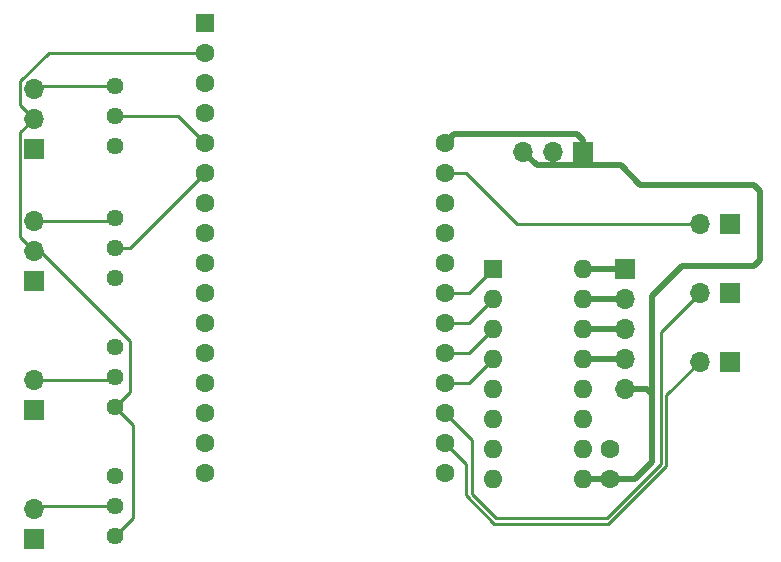
<source format=gbr>
%TF.GenerationSoftware,KiCad,Pcbnew,7.0.10*%
%TF.CreationDate,2024-03-12T15:44:40-06:00*%
%TF.ProjectId,Candy_Machine_rev2,43616e64-795f-44d6-9163-68696e655f72,rev?*%
%TF.SameCoordinates,Original*%
%TF.FileFunction,Copper,L1,Top*%
%TF.FilePolarity,Positive*%
%FSLAX46Y46*%
G04 Gerber Fmt 4.6, Leading zero omitted, Abs format (unit mm)*
G04 Created by KiCad (PCBNEW 7.0.10) date 2024-03-12 15:44:40*
%MOMM*%
%LPD*%
G01*
G04 APERTURE LIST*
%TA.AperFunction,ComponentPad*%
%ADD10C,1.440000*%
%TD*%
%TA.AperFunction,ComponentPad*%
%ADD11R,1.700000X1.700000*%
%TD*%
%TA.AperFunction,ComponentPad*%
%ADD12O,1.700000X1.700000*%
%TD*%
%TA.AperFunction,ComponentPad*%
%ADD13R,1.600000X1.600000*%
%TD*%
%TA.AperFunction,ComponentPad*%
%ADD14C,1.600000*%
%TD*%
%TA.AperFunction,ComponentPad*%
%ADD15O,1.600000X1.600000*%
%TD*%
%TA.AperFunction,Conductor*%
%ADD16C,0.250000*%
%TD*%
%TA.AperFunction,Conductor*%
%ADD17C,0.469900*%
%TD*%
G04 APERTURE END LIST*
D10*
%TO.P,RV3,1,1*%
%TO.N,Net-(J6-Pin_3)*%
X124083878Y-92975142D03*
%TO.P,RV3,2,2*%
%TO.N,A1*%
X124083878Y-95515142D03*
%TO.P,RV3,3,3*%
%TO.N,unconnected-(RV3-Pad3)*%
X124083878Y-98055142D03*
%TD*%
D11*
%TO.P,J4,1,Pin_1*%
%TO.N,GND*%
X117225878Y-120142000D03*
D12*
%TO.P,J4,2,Pin_2*%
%TO.N,Net-(J4-Pin_2)*%
X117225878Y-117602000D03*
%TD*%
D11*
%TO.P,J8,1,Pin_1*%
%TO.N,GND*%
X176153878Y-99314000D03*
D12*
%TO.P,J8,2,Pin_2*%
%TO.N,D0*%
X173613878Y-99314000D03*
%TD*%
D11*
%TO.P,J3,1,Pin_1*%
%TO.N,GND*%
X117225878Y-109220000D03*
D12*
%TO.P,J3,2,Pin_2*%
%TO.N,Net-(J3-Pin_2)*%
X117225878Y-106680000D03*
%TD*%
D10*
%TO.P,RV4,1,1*%
%TO.N,unconnected-(RV4-Pad1)*%
X124083878Y-114808000D03*
%TO.P,RV4,2,2*%
%TO.N,Net-(J4-Pin_2)*%
X124083878Y-117348000D03*
%TO.P,RV4,3,3*%
%TO.N,+3V3*%
X124083878Y-119888000D03*
%TD*%
D11*
%TO.P,J7,1,Pin_1*%
%TO.N,GND*%
X176153878Y-93472000D03*
D12*
%TO.P,J7,2,Pin_2*%
%TO.N,Net-(A1-EN)*%
X173613878Y-93472000D03*
%TD*%
D13*
%TO.P,A1,1,~{RESET}*%
%TO.N,unconnected-(A1-~{RESET}-Pad1)*%
X131703878Y-76454000D03*
D14*
%TO.P,A1,2,3V3*%
%TO.N,+3V3*%
X131703878Y-78994000D03*
%TO.P,A1,3,AREF*%
%TO.N,unconnected-(A1-AREF-Pad3)*%
X131703878Y-81534000D03*
%TO.P,A1,4,GND*%
%TO.N,GND*%
X131703878Y-84074000D03*
%TO.P,A1,5,A0*%
%TO.N,A0*%
X131703878Y-86614000D03*
%TO.P,A1,6,A1*%
%TO.N,A1*%
X131703878Y-89154000D03*
%TO.P,A1,7,A2*%
%TO.N,unconnected-(A1-A2-Pad7)*%
X131703878Y-91694000D03*
%TO.P,A1,8,A3*%
%TO.N,unconnected-(A1-A3-Pad8)*%
X131703878Y-94234000D03*
%TO.P,A1,9,A4*%
%TO.N,unconnected-(A1-A4-Pad9)*%
X131703878Y-96774000D03*
%TO.P,A1,10,A5*%
%TO.N,unconnected-(A1-A5-Pad10)*%
X131703878Y-99314000D03*
%TO.P,A1,11,SCK*%
%TO.N,unconnected-(A1-SCK-Pad11)*%
X131703878Y-101854000D03*
%TO.P,A1,12,MOSI*%
%TO.N,unconnected-(A1-MOSI-Pad12)*%
X131703878Y-104394000D03*
%TO.P,A1,13,MISO*%
%TO.N,unconnected-(A1-MISO-Pad13)*%
X131703878Y-106934000D03*
%TO.P,A1,14,RX*%
%TO.N,unconnected-(A1-RX-Pad14)*%
X131703878Y-109474000D03*
%TO.P,A1,15,TX*%
%TO.N,unconnected-(A1-TX-Pad15)*%
X131703878Y-112014000D03*
%TO.P,A1,16,SPARE*%
%TO.N,unconnected-(A1-SPARE-Pad16)*%
X131703878Y-114554000D03*
%TO.P,A1,17,SDA*%
%TO.N,unconnected-(A1-SDA-Pad17)*%
X152023878Y-114554000D03*
%TO.P,A1,18,SCL*%
%TO.N,SLC*%
X152023878Y-112014000D03*
%TO.P,A1,19,D0*%
%TO.N,D0*%
X152023878Y-109474000D03*
%TO.P,A1,20,D1*%
%TO.N,D1*%
X152023878Y-106934000D03*
%TO.P,A1,21,D2*%
%TO.N,D9*%
X152023878Y-104394000D03*
%TO.P,A1,22,D3*%
%TO.N,D3*%
X152023878Y-101854000D03*
%TO.P,A1,23,D4*%
%TO.N,D4*%
X152023878Y-99314000D03*
%TO.P,A1,24,D5*%
%TO.N,unconnected-(A1-D5-Pad24)*%
X152023878Y-96774000D03*
%TO.P,A1,25,D6*%
%TO.N,unconnected-(A1-D6-Pad25)*%
X152023878Y-94234000D03*
%TO.P,A1,26,USB*%
%TO.N,unconnected-(A1-USB-Pad26)*%
X152023878Y-91694000D03*
%TO.P,A1,27,EN*%
%TO.N,Net-(A1-EN)*%
X152023878Y-89154000D03*
%TO.P,A1,28,VBAT*%
%TO.N,Net-(A1-VBAT)*%
X152023878Y-86614000D03*
%TD*%
D10*
%TO.P,RV1,1,1*%
%TO.N,Net-(J5-Pin_3)*%
X124083878Y-81788000D03*
%TO.P,RV1,2,2*%
%TO.N,A0*%
X124083878Y-84328000D03*
%TO.P,RV1,3,3*%
%TO.N,unconnected-(RV1-Pad3)*%
X124083878Y-86868000D03*
%TD*%
D14*
%TO.P,C1,1*%
%TO.N,Net-(J1-Pin_3)*%
X165993878Y-115062000D03*
%TO.P,C1,2*%
%TO.N,GND*%
X165993878Y-112562000D03*
%TD*%
D11*
%TO.P,J2,1,Pin_1*%
%TO.N,Net-(J2-Pin_1)*%
X167263878Y-97282000D03*
D12*
%TO.P,J2,2,Pin_2*%
%TO.N,Net-(J2-Pin_2)*%
X167263878Y-99822000D03*
%TO.P,J2,3,Pin_3*%
%TO.N,Net-(J2-Pin_3)*%
X167263878Y-102362000D03*
%TO.P,J2,4,Pin_4*%
%TO.N,Net-(J2-Pin_4)*%
X167263878Y-104902000D03*
%TO.P,J2,5,Pin_5*%
%TO.N,Net-(J1-Pin_3)*%
X167263878Y-107442000D03*
%TD*%
D13*
%TO.P,U1,1,I1*%
%TO.N,D4*%
X156087878Y-97282000D03*
D15*
%TO.P,U1,2,I2*%
%TO.N,D3*%
X156087878Y-99822000D03*
%TO.P,U1,3,I3*%
%TO.N,D9*%
X156087878Y-102362000D03*
%TO.P,U1,4,I4*%
%TO.N,D1*%
X156087878Y-104902000D03*
%TO.P,U1,5,I5*%
%TO.N,unconnected-(U1-I5-Pad5)*%
X156087878Y-107442000D03*
%TO.P,U1,6,I6*%
%TO.N,unconnected-(U1-I6-Pad6)*%
X156087878Y-109982000D03*
%TO.P,U1,7,I7*%
%TO.N,unconnected-(U1-I7-Pad7)*%
X156087878Y-112522000D03*
%TO.P,U1,8,GND*%
%TO.N,GND*%
X156087878Y-115062000D03*
%TO.P,U1,9,COM*%
%TO.N,Net-(J1-Pin_3)*%
X163707878Y-115062000D03*
%TO.P,U1,10,O7*%
%TO.N,unconnected-(U1-O7-Pad10)*%
X163707878Y-112522000D03*
%TO.P,U1,11,O6*%
%TO.N,unconnected-(U1-O6-Pad11)*%
X163707878Y-109982000D03*
%TO.P,U1,12,O5*%
%TO.N,unconnected-(U1-O5-Pad12)*%
X163707878Y-107442000D03*
%TO.P,U1,13,O4*%
%TO.N,Net-(J2-Pin_4)*%
X163707878Y-104902000D03*
%TO.P,U1,14,O3*%
%TO.N,Net-(J2-Pin_3)*%
X163707878Y-102362000D03*
%TO.P,U1,15,O2*%
%TO.N,Net-(J2-Pin_2)*%
X163707878Y-99822000D03*
%TO.P,U1,16,O1*%
%TO.N,Net-(J2-Pin_1)*%
X163707878Y-97282000D03*
%TD*%
D11*
%TO.P,J6,1,Pin_1*%
%TO.N,GND*%
X117225878Y-98298000D03*
D12*
%TO.P,J6,2,Pin_2*%
%TO.N,+3V3*%
X117225878Y-95758000D03*
%TO.P,J6,3,Pin_3*%
%TO.N,Net-(J6-Pin_3)*%
X117225878Y-93218000D03*
%TD*%
D11*
%TO.P,J1,1,Pin_1*%
%TO.N,Net-(A1-VBAT)*%
X163707878Y-87376000D03*
D12*
%TO.P,J1,2,Pin_2*%
%TO.N,GND*%
X161167878Y-87376000D03*
%TO.P,J1,3,Pin_3*%
%TO.N,Net-(J1-Pin_3)*%
X158627878Y-87376000D03*
%TD*%
D11*
%TO.P,J5,1,Pin_1*%
%TO.N,GND*%
X117225878Y-87122000D03*
D12*
%TO.P,J5,2,Pin_2*%
%TO.N,+3V3*%
X117225878Y-84582000D03*
%TO.P,J5,3,Pin_3*%
%TO.N,Net-(J5-Pin_3)*%
X117225878Y-82042000D03*
%TD*%
D11*
%TO.P,J9,1,Pin_1*%
%TO.N,GND*%
X176153878Y-105156000D03*
D12*
%TO.P,J9,2,Pin_2*%
%TO.N,SLC*%
X173613878Y-105156000D03*
%TD*%
D10*
%TO.P,RV2,1,1*%
%TO.N,unconnected-(RV2-Pad1)*%
X124083878Y-103891570D03*
%TO.P,RV2,2,2*%
%TO.N,Net-(J3-Pin_2)*%
X124083878Y-106431570D03*
%TO.P,RV2,3,3*%
%TO.N,+3V3*%
X124083878Y-108971570D03*
%TD*%
D16*
%TO.N,+3V3*%
X125353878Y-103378000D02*
X125353878Y-107701570D01*
X116050878Y-85757000D02*
X117225878Y-84582000D01*
X117225878Y-84582000D02*
X116050878Y-83407000D01*
X125353878Y-107701570D02*
X124083878Y-108971570D01*
X124083878Y-119888000D02*
X125607878Y-118364000D01*
X116050878Y-94583000D02*
X116050878Y-85757000D01*
X117225878Y-95758000D02*
X117733878Y-95758000D01*
X117733878Y-95758000D02*
X125353878Y-103378000D01*
X125607878Y-118364000D02*
X125607878Y-110495570D01*
X116050878Y-83407000D02*
X116050878Y-81439000D01*
X118495878Y-78994000D02*
X131703878Y-78994000D01*
X125607878Y-110495570D02*
X124083878Y-108971570D01*
X116050878Y-81439000D02*
X118495878Y-78994000D01*
X117225878Y-95758000D02*
X116050878Y-94583000D01*
%TO.N,A0*%
X129417878Y-84328000D02*
X131703878Y-86614000D01*
X124083878Y-84328000D02*
X129417878Y-84328000D01*
%TO.N,A1*%
X125342736Y-95515142D02*
X131703878Y-89154000D01*
X124083878Y-95515142D02*
X125342736Y-95515142D01*
%TO.N,D1*%
X152023878Y-106934000D02*
X154055878Y-106934000D01*
X154055878Y-106934000D02*
X156087878Y-104902000D01*
%TO.N,D9*%
X152023878Y-104394000D02*
X154055878Y-104394000D01*
X154055878Y-104394000D02*
X156087878Y-102362000D01*
%TO.N,SLC*%
X170761878Y-108008000D02*
X173613878Y-105156000D01*
X165868274Y-118872000D02*
X170761878Y-113978396D01*
X152023878Y-112014000D02*
X153801878Y-113792000D01*
X153801878Y-113792000D02*
X153801878Y-116460396D01*
X156213482Y-118872000D02*
X165868274Y-118872000D01*
X170761878Y-113978396D02*
X170761878Y-108008000D01*
X153801878Y-116460396D02*
X156213482Y-118872000D01*
%TO.N,D4*%
X152023878Y-99314000D02*
X154055878Y-99314000D01*
X154055878Y-99314000D02*
X156087878Y-97282000D01*
D17*
%TO.N,Net-(A1-VBAT)*%
X163707878Y-86360000D02*
X163199878Y-85852000D01*
X163707878Y-87376000D02*
X163707878Y-86360000D01*
X163199878Y-85852000D02*
X152785878Y-85852000D01*
X152785878Y-85852000D02*
X152023878Y-86614000D01*
%TO.N,Net-(J2-Pin_2)*%
X163707878Y-99822000D02*
X167263878Y-99822000D01*
%TO.N,Net-(J2-Pin_3)*%
X163707878Y-102362000D02*
X167263878Y-102362000D01*
%TO.N,Net-(J2-Pin_4)*%
X163707878Y-104902000D02*
X167263878Y-104902000D01*
%TO.N,Net-(J2-Pin_1)*%
X163707878Y-97282000D02*
X167263878Y-97282000D01*
D16*
%TO.N,Net-(J3-Pin_2)*%
X117225878Y-106680000D02*
X123835448Y-106680000D01*
X123835448Y-106680000D02*
X124083878Y-106431570D01*
%TO.N,Net-(J4-Pin_2)*%
X124083878Y-117348000D02*
X117479878Y-117348000D01*
X117479878Y-117348000D02*
X117225878Y-117602000D01*
%TO.N,Net-(J5-Pin_3)*%
X124083878Y-81788000D02*
X117479878Y-81788000D01*
X117479878Y-81788000D02*
X117225878Y-82042000D01*
%TO.N,Net-(J6-Pin_3)*%
X117225878Y-93218000D02*
X123841020Y-93218000D01*
X123841020Y-93218000D02*
X124083878Y-92975142D01*
%TO.N,D3*%
X152023878Y-101854000D02*
X154055878Y-101854000D01*
X154055878Y-101854000D02*
X156087878Y-99822000D01*
%TO.N,D0*%
X165739878Y-118364000D02*
X156341878Y-118364000D01*
X154309878Y-111760000D02*
X152023878Y-109474000D01*
X154309878Y-116332000D02*
X154309878Y-111760000D01*
X173613878Y-99314000D02*
X170311878Y-102616000D01*
X156341878Y-118364000D02*
X154309878Y-116332000D01*
X170311878Y-102616000D02*
X170311878Y-113792000D01*
X170311878Y-113792000D02*
X165739878Y-118364000D01*
D17*
%TO.N,Net-(J1-Pin_3)*%
X178185878Y-97028000D02*
X172089878Y-97028000D01*
X178693878Y-96520000D02*
X178185878Y-97028000D01*
X169549878Y-113663604D02*
X168151482Y-115062000D01*
X167263878Y-107442000D02*
X169092678Y-107442000D01*
X168151482Y-115062000D02*
X165993878Y-115062000D01*
X172089878Y-97028000D02*
X169549878Y-99568000D01*
X169549878Y-107899200D02*
X169549878Y-113663604D01*
X169092678Y-107442000D02*
X169549878Y-107899200D01*
X166890878Y-88551000D02*
X168509878Y-90170000D01*
X178185878Y-90170000D02*
X178693878Y-90678000D01*
X163707878Y-115062000D02*
X165993878Y-115062000D01*
X158627878Y-87376000D02*
X159802878Y-88551000D01*
X159802878Y-88551000D02*
X166890878Y-88551000D01*
X168509878Y-90170000D02*
X178185878Y-90170000D01*
X178693878Y-90678000D02*
X178693878Y-96520000D01*
X169549878Y-99568000D02*
X169549878Y-107899200D01*
D16*
%TO.N,Net-(A1-EN)*%
X158119878Y-93472000D02*
X153801878Y-89154000D01*
X173613878Y-93472000D02*
X158119878Y-93472000D01*
X153801878Y-89154000D02*
X152023878Y-89154000D01*
%TD*%
M02*

</source>
